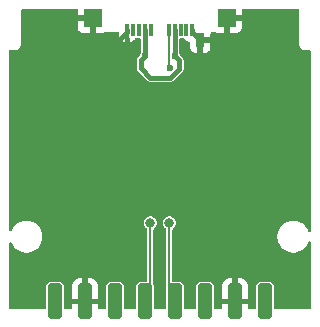
<source format=gbr>
%TF.GenerationSoftware,KiCad,Pcbnew,9.0.7*%
%TF.CreationDate,2026-02-26T13:23:58-05:00*%
%TF.ProjectId,Mag Charger,4d616720-4368-4617-9267-65722e6b6963,X1*%
%TF.SameCoordinates,Original*%
%TF.FileFunction,Copper,L2,Bot*%
%TF.FilePolarity,Positive*%
%FSLAX46Y46*%
G04 Gerber Fmt 4.6, Leading zero omitted, Abs format (unit mm)*
G04 Created by KiCad (PCBNEW 9.0.7) date 2026-02-26 13:23:58*
%MOMM*%
%LPD*%
G01*
G04 APERTURE LIST*
G04 Aperture macros list*
%AMRoundRect*
0 Rectangle with rounded corners*
0 $1 Rounding radius*
0 $2 $3 $4 $5 $6 $7 $8 $9 X,Y pos of 4 corners*
0 Add a 4 corners polygon primitive as box body*
4,1,4,$2,$3,$4,$5,$6,$7,$8,$9,$2,$3,0*
0 Add four circle primitives for the rounded corners*
1,1,$1+$1,$2,$3*
1,1,$1+$1,$4,$5*
1,1,$1+$1,$6,$7*
1,1,$1+$1,$8,$9*
0 Add four rect primitives between the rounded corners*
20,1,$1+$1,$2,$3,$4,$5,0*
20,1,$1+$1,$4,$5,$6,$7,0*
20,1,$1+$1,$6,$7,$8,$9,0*
20,1,$1+$1,$8,$9,$2,$3,0*%
G04 Aperture macros list end*
%TA.AperFunction,SMDPad,CuDef*%
%ADD10R,0.380000X1.000000*%
%TD*%
%TA.AperFunction,SMDPad,CuDef*%
%ADD11R,0.700000X1.150000*%
%TD*%
%TA.AperFunction,CastellatedPad*%
%ADD12RoundRect,0.250000X-0.350000X-1.250000X0.350000X-1.250000X0.350000X1.250000X-0.350000X1.250000X0*%
%TD*%
%TA.AperFunction,SMDPad,CuDef*%
%ADD13R,1.500000X1.500000*%
%TD*%
%TA.AperFunction,ViaPad*%
%ADD14C,0.500000*%
%TD*%
%TA.AperFunction,ViaPad*%
%ADD15C,0.800000*%
%TD*%
%TA.AperFunction,ViaPad*%
%ADD16C,0.600000*%
%TD*%
%TA.AperFunction,Conductor*%
%ADD17C,0.400000*%
%TD*%
%TA.AperFunction,Conductor*%
%ADD18C,0.200000*%
%TD*%
G04 APERTURE END LIST*
D10*
%TO.P,P1,B1,GND*%
%TO.N,GND*%
X111050000Y-125000000D03*
%TO.P,P1,B2*%
%TO.N,N/C*%
X110550000Y-125000000D03*
%TO.P,P1,B3*%
X110050000Y-125000000D03*
%TO.P,P1,B4,VBUS*%
%TO.N,VBUS*%
X109550000Y-125000000D03*
%TO.P,P1,B5,VCONN*%
%TO.N,/USB_VCONN*%
X109050000Y-125000000D03*
%TO.P,P1,B8*%
%TO.N,N/C*%
X107550000Y-125000000D03*
%TO.P,P1,B9,VBUS*%
%TO.N,VBUS*%
X107050000Y-125000000D03*
%TO.P,P1,B10*%
%TO.N,N/C*%
X106550000Y-125000000D03*
%TO.P,P1,B11*%
X106050000Y-125000000D03*
%TO.P,P1,B12,GND*%
%TO.N,GND*%
X105550000Y-125000000D03*
D11*
%TO.P,P1,S1,SHIELD*%
X111720000Y-125840000D03*
%TD*%
D12*
%TO.P,J1,1,Pin_1*%
%TO.N,VBUS*%
X99410000Y-147955000D03*
%TO.P,J1,2,Pin_2*%
%TO.N,GND*%
X101950000Y-147955000D03*
%TO.P,J1,3,Pin_3*%
%TO.N,/USB_CC*%
X104490000Y-147955000D03*
%TO.P,J1,4,Pin_4*%
%TO.N,/USB_DP*%
X107030000Y-147955000D03*
%TO.P,J1,5,Pin_5*%
%TO.N,/USB_DN*%
X109570000Y-147955000D03*
%TO.P,J1,6,Pin_6*%
%TO.N,/USB_VCONN*%
X112110000Y-147955000D03*
%TO.P,J1,7,Pin_7*%
%TO.N,GND*%
X114650000Y-147955000D03*
%TO.P,J1,8,Pin_8*%
%TO.N,VBUS*%
X117190000Y-147955000D03*
%TD*%
D13*
%TO.P,TP2,1,1*%
%TO.N,GND*%
X102600000Y-123960000D03*
%TD*%
%TO.P,TP4,1,1*%
%TO.N,GND*%
X114000000Y-123960000D03*
%TD*%
D14*
%TO.N,GND*%
X102158000Y-123531500D03*
X102158000Y-124420500D03*
X114477000Y-123531500D03*
X114477000Y-124420500D03*
X103047000Y-123531500D03*
X113524500Y-124420500D03*
D15*
X120000000Y-137437500D03*
X108300000Y-134900000D03*
D14*
X113524500Y-123531500D03*
X103047000Y-124420500D03*
D15*
X96750000Y-137500000D03*
%TO.N,/USB_DN*%
X109100000Y-141300000D03*
D16*
%TO.N,VBUS*%
X107050000Y-127150000D03*
X109550000Y-127150000D03*
D15*
%TO.N,/USB_DP*%
X107500000Y-141300000D03*
D16*
%TO.N,/USB_VCONN*%
X109200000Y-128150000D03*
%TD*%
D17*
%TO.N,GND*%
X105550000Y-125170000D02*
X104880000Y-125840000D01*
X104880000Y-125840000D02*
X103140000Y-125840000D01*
X111050000Y-125000000D02*
X111050000Y-125170000D01*
X103140000Y-125840000D02*
X102600000Y-125300000D01*
X114000000Y-125300000D02*
X114000000Y-123960000D01*
X111050000Y-125170000D02*
X111720000Y-125840000D01*
X105550000Y-125000000D02*
X105550000Y-125170000D01*
X102600000Y-125300000D02*
X102600000Y-123960000D01*
X113460000Y-125840000D02*
X114000000Y-125300000D01*
X111720000Y-125840000D02*
X113460000Y-125840000D01*
D18*
%TO.N,/USB_DN*%
X109100000Y-147485000D02*
X109570000Y-147955000D01*
X109100000Y-141300000D02*
X109100000Y-147485000D01*
D17*
%TO.N,VBUS*%
X107500000Y-129000000D02*
X109199943Y-129000000D01*
X109550000Y-127150000D02*
X109550000Y-125000000D01*
X107050000Y-127150000D02*
X106700000Y-127500000D01*
X109950000Y-127550000D02*
X109550000Y-127150000D01*
X107050000Y-125000000D02*
X107050000Y-127150000D01*
X109950000Y-128249943D02*
X109950000Y-127550000D01*
X106700000Y-128200000D02*
X107500000Y-129000000D01*
X106700000Y-127500000D02*
X106700000Y-128200000D01*
X109199943Y-129000000D02*
X109950000Y-128249943D01*
D18*
%TO.N,/USB_DP*%
X107500000Y-141300000D02*
X107500000Y-147485000D01*
X107500000Y-147485000D02*
X107030000Y-147955000D01*
%TO.N,/USB_VCONN*%
X109050000Y-128000000D02*
X109050000Y-125000000D01*
X109200000Y-128150000D02*
X109050000Y-128000000D01*
%TD*%
%TA.AperFunction,Conductor*%
%TO.N,GND*%
G36*
X101293039Y-123170185D02*
G01*
X101338794Y-123222989D01*
X101350000Y-123274500D01*
X101350000Y-123710000D01*
X102476000Y-123710000D01*
X102543039Y-123729685D01*
X102588794Y-123782489D01*
X102600000Y-123834000D01*
X102600000Y-123960000D01*
X102726000Y-123960000D01*
X102793039Y-123979685D01*
X102838794Y-124032489D01*
X102850000Y-124084000D01*
X102850000Y-125210000D01*
X103397828Y-125210000D01*
X103397844Y-125209999D01*
X103457372Y-125203598D01*
X103457376Y-125203597D01*
X103592091Y-125153351D01*
X103614285Y-125136736D01*
X103679748Y-125112316D01*
X103716028Y-125115072D01*
X103729745Y-125118183D01*
X103744687Y-125125381D01*
X103854630Y-125150491D01*
X103871152Y-125150493D01*
X103871168Y-125150500D01*
X103911016Y-125150500D01*
X103911024Y-125150500D01*
X103950899Y-125150507D01*
X103950901Y-125150506D01*
X103962983Y-125150508D01*
X103963076Y-125150500D01*
X104679024Y-125150500D01*
X104680525Y-125150509D01*
X104681186Y-125150517D01*
X104681318Y-125150557D01*
X104731083Y-125150549D01*
X104731083Y-125150550D01*
X104735980Y-125150549D01*
X104803023Y-125170223D01*
X104848786Y-125223019D01*
X104860000Y-125274549D01*
X104860000Y-125547844D01*
X104866401Y-125607372D01*
X104866403Y-125607379D01*
X104916645Y-125742086D01*
X104916649Y-125742093D01*
X105002809Y-125857187D01*
X105002812Y-125857190D01*
X105117906Y-125943350D01*
X105117913Y-125943354D01*
X105252620Y-125993596D01*
X105252627Y-125993598D01*
X105312155Y-125999999D01*
X105312172Y-126000000D01*
X105360000Y-126000000D01*
X105360000Y-125124000D01*
X105362550Y-125115314D01*
X105361262Y-125106353D01*
X105372240Y-125082312D01*
X105379685Y-125056961D01*
X105386525Y-125051033D01*
X105390287Y-125042797D01*
X105412521Y-125028507D01*
X105432489Y-125011206D01*
X105443003Y-125008918D01*
X105449065Y-125005023D01*
X105484000Y-125000000D01*
X105583101Y-125000000D01*
X105650140Y-125019685D01*
X105695895Y-125072489D01*
X105707100Y-125123998D01*
X105707101Y-125515056D01*
X105715971Y-125559654D01*
X105715972Y-125559657D01*
X105715972Y-125559659D01*
X105719100Y-125564339D01*
X105739980Y-125631015D01*
X105740000Y-125633232D01*
X105740000Y-126000000D01*
X105787828Y-126000000D01*
X105787844Y-125999999D01*
X105847372Y-125993598D01*
X105847379Y-125993596D01*
X105982086Y-125943354D01*
X105982093Y-125943350D01*
X106097187Y-125857190D01*
X106097190Y-125857187D01*
X106183350Y-125742093D01*
X106188602Y-125728012D01*
X106230472Y-125672077D01*
X106295935Y-125647657D01*
X106328981Y-125649724D01*
X106344943Y-125652900D01*
X106573100Y-125652899D01*
X106640139Y-125672583D01*
X106685894Y-125725387D01*
X106697100Y-125776899D01*
X106697100Y-126822215D01*
X106695473Y-126830391D01*
X106696390Y-126835470D01*
X106691453Y-126850600D01*
X106687661Y-126869668D01*
X106684550Y-126877177D01*
X106627964Y-126975187D01*
X106598673Y-127084502D01*
X106595563Y-127092012D01*
X106582677Y-127108001D01*
X106568684Y-127132240D01*
X106483314Y-127217610D01*
X106417611Y-127283312D01*
X106417609Y-127283315D01*
X106371150Y-127363785D01*
X106371150Y-127363786D01*
X106347100Y-127453540D01*
X106347100Y-128153540D01*
X106347100Y-128246460D01*
X106371150Y-128336214D01*
X106417610Y-128416686D01*
X107283314Y-129282390D01*
X107363786Y-129328850D01*
X107453540Y-129352900D01*
X107453542Y-129352900D01*
X109246401Y-129352900D01*
X109246403Y-129352900D01*
X109336157Y-129328850D01*
X109416629Y-129282390D01*
X110232390Y-128466629D01*
X110278850Y-128386157D01*
X110302900Y-128296403D01*
X110302900Y-128203483D01*
X110302900Y-127503540D01*
X110296284Y-127478850D01*
X110278850Y-127413785D01*
X110232390Y-127333314D01*
X110031316Y-127132240D01*
X110026684Y-127125308D01*
X110022445Y-127122365D01*
X110015236Y-127108175D01*
X110004436Y-127092011D01*
X110001327Y-127084506D01*
X109972036Y-126975187D01*
X109915450Y-126877180D01*
X109912339Y-126869667D01*
X109910143Y-126849249D01*
X109902900Y-126822215D01*
X109902900Y-125776899D01*
X109922585Y-125709860D01*
X109975389Y-125664105D01*
X110026900Y-125652899D01*
X110255054Y-125652899D01*
X110255056Y-125652899D01*
X110271022Y-125649723D01*
X110340611Y-125655949D01*
X110395789Y-125698811D01*
X110411394Y-125728005D01*
X110416648Y-125742091D01*
X110416648Y-125742092D01*
X110502809Y-125857187D01*
X110502812Y-125857190D01*
X110617906Y-125943350D01*
X110617913Y-125943354D01*
X110752620Y-125993596D01*
X110752619Y-125993596D01*
X110759255Y-125994310D01*
X110823806Y-126021048D01*
X110863654Y-126078441D01*
X110870000Y-126117600D01*
X110870000Y-126462844D01*
X110876401Y-126522372D01*
X110876403Y-126522379D01*
X110926645Y-126657086D01*
X110926649Y-126657093D01*
X111012809Y-126772187D01*
X111012812Y-126772190D01*
X111127906Y-126858350D01*
X111127913Y-126858354D01*
X111262620Y-126908596D01*
X111262627Y-126908598D01*
X111322155Y-126914999D01*
X111322172Y-126915000D01*
X111470000Y-126915000D01*
X111970000Y-126915000D01*
X112117828Y-126915000D01*
X112117844Y-126914999D01*
X112177372Y-126908598D01*
X112177379Y-126908596D01*
X112312086Y-126858354D01*
X112312093Y-126858350D01*
X112427187Y-126772190D01*
X112427190Y-126772187D01*
X112513350Y-126657093D01*
X112513354Y-126657086D01*
X112563596Y-126522379D01*
X112563598Y-126522372D01*
X112569999Y-126462844D01*
X112570000Y-126462827D01*
X112570000Y-126090000D01*
X111970000Y-126090000D01*
X111970000Y-126915000D01*
X111470000Y-126915000D01*
X111470000Y-125964000D01*
X111489685Y-125896961D01*
X111542489Y-125851206D01*
X111594000Y-125840000D01*
X111720000Y-125840000D01*
X111720000Y-125714000D01*
X111739685Y-125646961D01*
X111792489Y-125601206D01*
X111844000Y-125590000D01*
X112570000Y-125590000D01*
X112570000Y-125274552D01*
X112589685Y-125207513D01*
X112642489Y-125161758D01*
X112676323Y-125151818D01*
X112685443Y-125150504D01*
X112711083Y-125150500D01*
X112711083Y-125150550D01*
X112767476Y-125150541D01*
X112877429Y-125125428D01*
X112885051Y-125121756D01*
X112901835Y-125119339D01*
X112924963Y-125122658D01*
X112948296Y-125121460D01*
X112962274Y-125128014D01*
X112970996Y-125129266D01*
X112978139Y-125135452D01*
X112993824Y-125142807D01*
X113007909Y-125153351D01*
X113142623Y-125203597D01*
X113142627Y-125203598D01*
X113202155Y-125209999D01*
X113202172Y-125210000D01*
X113750000Y-125210000D01*
X114250000Y-125210000D01*
X114797828Y-125210000D01*
X114797844Y-125209999D01*
X114857372Y-125203598D01*
X114857379Y-125203596D01*
X114992086Y-125153354D01*
X114992093Y-125153350D01*
X115107187Y-125067190D01*
X115107190Y-125067187D01*
X115193350Y-124952093D01*
X115193354Y-124952086D01*
X115243596Y-124817379D01*
X115243598Y-124817372D01*
X115249999Y-124757844D01*
X115250000Y-124757827D01*
X115250000Y-124210000D01*
X114250000Y-124210000D01*
X114250000Y-125210000D01*
X113750000Y-125210000D01*
X113750000Y-124084000D01*
X113769685Y-124016961D01*
X113822489Y-123971206D01*
X113874000Y-123960000D01*
X114000000Y-123960000D01*
X114000000Y-123834000D01*
X114019685Y-123766961D01*
X114072489Y-123721206D01*
X114124000Y-123710000D01*
X115250000Y-123710000D01*
X115250000Y-123274500D01*
X115269685Y-123207461D01*
X115322489Y-123161706D01*
X115374000Y-123150500D01*
X119986550Y-123150500D01*
X120053589Y-123170185D01*
X120099344Y-123222989D01*
X120110550Y-123274500D01*
X120110550Y-126201873D01*
X120110599Y-126202368D01*
X120110599Y-126206387D01*
X120135691Y-126316334D01*
X120162033Y-126371040D01*
X120184618Y-126417945D01*
X120254917Y-126506110D01*
X120254923Y-126506116D01*
X120254924Y-126506117D01*
X120275303Y-126522372D01*
X120343087Y-126576438D01*
X120444687Y-126625381D01*
X120444689Y-126625382D01*
X120533705Y-126645712D01*
X120554630Y-126650491D01*
X120567291Y-126650492D01*
X120571152Y-126650493D01*
X120571168Y-126650500D01*
X120611016Y-126650500D01*
X120611024Y-126650500D01*
X120650899Y-126650507D01*
X120650901Y-126650506D01*
X120662983Y-126650508D01*
X120663076Y-126650500D01*
X120986549Y-126650500D01*
X121053588Y-126670185D01*
X121099343Y-126722989D01*
X121110548Y-126774505D01*
X121110463Y-128572036D01*
X121109825Y-141953559D01*
X121090137Y-142020597D01*
X121037331Y-142066350D01*
X120968172Y-142076290D01*
X120904618Y-142047262D01*
X120867895Y-141991872D01*
X120851557Y-141941588D01*
X120755051Y-141752184D01*
X120755049Y-141752181D01*
X120755048Y-141752179D01*
X120630109Y-141580213D01*
X120479786Y-141429890D01*
X120307820Y-141304951D01*
X120118414Y-141208444D01*
X120118413Y-141208443D01*
X120118412Y-141208443D01*
X119916243Y-141142754D01*
X119916241Y-141142753D01*
X119916240Y-141142753D01*
X119754957Y-141117208D01*
X119706287Y-141109500D01*
X119493713Y-141109500D01*
X119445042Y-141117208D01*
X119283760Y-141142753D01*
X119081585Y-141208444D01*
X118892179Y-141304951D01*
X118720213Y-141429890D01*
X118569890Y-141580213D01*
X118444951Y-141752179D01*
X118348444Y-141941585D01*
X118282753Y-142143760D01*
X118249500Y-142353713D01*
X118249500Y-142566287D01*
X118282754Y-142776243D01*
X118344605Y-142966601D01*
X118348444Y-142978414D01*
X118444951Y-143167820D01*
X118569890Y-143339786D01*
X118720213Y-143490109D01*
X118892179Y-143615048D01*
X118892181Y-143615049D01*
X118892184Y-143615051D01*
X119081588Y-143711557D01*
X119283757Y-143777246D01*
X119493713Y-143810500D01*
X119493714Y-143810500D01*
X119706286Y-143810500D01*
X119706287Y-143810500D01*
X119916243Y-143777246D01*
X120118412Y-143711557D01*
X120307816Y-143615051D01*
X120329789Y-143599086D01*
X120479786Y-143490109D01*
X120479788Y-143490106D01*
X120479792Y-143490104D01*
X120630104Y-143339792D01*
X120630106Y-143339788D01*
X120630109Y-143339786D01*
X120755048Y-143167820D01*
X120755049Y-143167819D01*
X120755051Y-143167816D01*
X120851557Y-142978412D01*
X120867847Y-142928276D01*
X120907283Y-142870602D01*
X120971641Y-142843403D01*
X121040487Y-142855317D01*
X121091964Y-142902561D01*
X121109777Y-142966601D01*
X121109515Y-148480506D01*
X121089827Y-148547544D01*
X121037021Y-148593297D01*
X120985515Y-148604500D01*
X118066900Y-148604500D01*
X117999861Y-148584815D01*
X117954106Y-148532011D01*
X117942900Y-148480500D01*
X117942900Y-146673286D01*
X117927958Y-146578949D01*
X117927957Y-146578947D01*
X117927957Y-146578945D01*
X117870016Y-146465229D01*
X117870014Y-146465227D01*
X117870011Y-146465223D01*
X117779776Y-146374988D01*
X117779772Y-146374985D01*
X117779771Y-146374984D01*
X117666055Y-146317043D01*
X117666053Y-146317042D01*
X117666050Y-146317041D01*
X117571713Y-146302100D01*
X117571708Y-146302100D01*
X116808292Y-146302100D01*
X116808287Y-146302100D01*
X116713949Y-146317041D01*
X116600227Y-146374985D01*
X116600223Y-146374988D01*
X116509988Y-146465223D01*
X116509985Y-146465227D01*
X116452041Y-146578949D01*
X116437100Y-146673286D01*
X116437100Y-148480500D01*
X116417415Y-148547539D01*
X116364611Y-148593294D01*
X116313100Y-148604500D01*
X115874000Y-148604500D01*
X115806961Y-148584815D01*
X115761206Y-148532011D01*
X115750000Y-148480500D01*
X115750000Y-148205000D01*
X115050000Y-148205000D01*
X115050000Y-147705000D01*
X115749999Y-147705000D01*
X115749999Y-146655028D01*
X115749998Y-146655013D01*
X115739505Y-146552302D01*
X115684358Y-146385880D01*
X115684356Y-146385875D01*
X115592315Y-146236654D01*
X115468345Y-146112684D01*
X115319124Y-146020643D01*
X115319119Y-146020641D01*
X115152697Y-145965494D01*
X115152690Y-145965493D01*
X115049986Y-145955000D01*
X114900000Y-145955000D01*
X114900000Y-146789314D01*
X114895606Y-146784920D01*
X114804394Y-146732259D01*
X114702661Y-146705000D01*
X114597339Y-146705000D01*
X114495606Y-146732259D01*
X114404394Y-146784920D01*
X114400000Y-146789314D01*
X114400000Y-145955000D01*
X114250027Y-145955000D01*
X114250012Y-145955001D01*
X114147302Y-145965494D01*
X113980880Y-146020641D01*
X113980875Y-146020643D01*
X113831654Y-146112684D01*
X113707684Y-146236654D01*
X113615643Y-146385875D01*
X113615641Y-146385880D01*
X113560494Y-146552302D01*
X113560493Y-146552309D01*
X113550000Y-146655013D01*
X113550000Y-147705000D01*
X114250000Y-147705000D01*
X114250000Y-148205000D01*
X113550001Y-148205000D01*
X113550001Y-148480500D01*
X113530316Y-148547539D01*
X113477512Y-148593294D01*
X113426001Y-148604500D01*
X112986900Y-148604500D01*
X112919861Y-148584815D01*
X112874106Y-148532011D01*
X112862900Y-148480500D01*
X112862900Y-146673287D01*
X112862580Y-146671268D01*
X112862580Y-146671266D01*
X112862579Y-146671262D01*
X112847958Y-146578949D01*
X112847957Y-146578947D01*
X112847957Y-146578945D01*
X112790016Y-146465229D01*
X112790014Y-146465227D01*
X112790011Y-146465223D01*
X112699776Y-146374988D01*
X112699772Y-146374985D01*
X112699771Y-146374984D01*
X112586055Y-146317043D01*
X112586053Y-146317042D01*
X112586050Y-146317041D01*
X112491713Y-146302100D01*
X112491708Y-146302100D01*
X111728292Y-146302100D01*
X111728287Y-146302100D01*
X111633949Y-146317041D01*
X111520227Y-146374985D01*
X111520223Y-146374988D01*
X111429988Y-146465223D01*
X111429985Y-146465227D01*
X111372041Y-146578949D01*
X111357100Y-146673286D01*
X111357100Y-148480500D01*
X111337415Y-148547539D01*
X111284611Y-148593294D01*
X111233100Y-148604500D01*
X110446900Y-148604500D01*
X110379861Y-148584815D01*
X110334106Y-148532011D01*
X110322900Y-148480500D01*
X110322900Y-146673286D01*
X110307958Y-146578949D01*
X110307957Y-146578947D01*
X110307957Y-146578945D01*
X110250016Y-146465229D01*
X110250014Y-146465227D01*
X110250011Y-146465223D01*
X110159776Y-146374988D01*
X110159772Y-146374985D01*
X110159771Y-146374984D01*
X110046055Y-146317043D01*
X110046053Y-146317042D01*
X110046050Y-146317041D01*
X109951713Y-146302100D01*
X109951708Y-146302100D01*
X109476900Y-146302100D01*
X109409861Y-146282415D01*
X109364106Y-146229611D01*
X109352900Y-146178100D01*
X109352900Y-141864013D01*
X109372585Y-141796974D01*
X109414902Y-141756625D01*
X109439489Y-141742430D01*
X109542430Y-141639489D01*
X109615221Y-141513411D01*
X109652900Y-141372791D01*
X109652900Y-141227209D01*
X109615221Y-141086589D01*
X109542430Y-140960511D01*
X109439489Y-140857570D01*
X109439488Y-140857569D01*
X109439485Y-140857567D01*
X109313413Y-140784780D01*
X109313412Y-140784779D01*
X109313411Y-140784779D01*
X109172791Y-140747100D01*
X109027209Y-140747100D01*
X108886589Y-140784779D01*
X108886587Y-140784780D01*
X108886586Y-140784780D01*
X108760514Y-140857567D01*
X108760509Y-140857571D01*
X108657571Y-140960509D01*
X108657567Y-140960514D01*
X108584780Y-141086586D01*
X108584780Y-141086587D01*
X108584779Y-141086589D01*
X108547100Y-141227209D01*
X108547100Y-141372791D01*
X108584779Y-141513411D01*
X108584780Y-141513412D01*
X108584780Y-141513413D01*
X108657567Y-141639485D01*
X108657569Y-141639488D01*
X108657570Y-141639489D01*
X108760511Y-141742430D01*
X108777405Y-141752184D01*
X108785098Y-141756625D01*
X108833314Y-141807191D01*
X108847100Y-141864013D01*
X108847100Y-146519623D01*
X108833587Y-146575913D01*
X108832042Y-146578943D01*
X108832042Y-146578945D01*
X108817100Y-146673286D01*
X108817100Y-148480500D01*
X108797415Y-148547539D01*
X108744611Y-148593294D01*
X108693100Y-148604500D01*
X107906900Y-148604500D01*
X107839861Y-148584815D01*
X107794106Y-148532011D01*
X107782900Y-148480500D01*
X107782900Y-146673286D01*
X107767957Y-146578945D01*
X107767957Y-146578943D01*
X107766413Y-146575913D01*
X107752900Y-146519623D01*
X107752900Y-141864013D01*
X107772585Y-141796974D01*
X107814902Y-141756625D01*
X107839489Y-141742430D01*
X107942430Y-141639489D01*
X108015221Y-141513411D01*
X108052900Y-141372791D01*
X108052900Y-141227209D01*
X108015221Y-141086589D01*
X107942430Y-140960511D01*
X107839489Y-140857570D01*
X107839488Y-140857569D01*
X107839485Y-140857567D01*
X107713413Y-140784780D01*
X107713412Y-140784779D01*
X107713411Y-140784779D01*
X107572791Y-140747100D01*
X107427209Y-140747100D01*
X107286589Y-140784779D01*
X107286587Y-140784780D01*
X107286586Y-140784780D01*
X107160514Y-140857567D01*
X107160509Y-140857571D01*
X107057571Y-140960509D01*
X107057567Y-140960514D01*
X106984780Y-141086586D01*
X106984780Y-141086587D01*
X106984779Y-141086589D01*
X106947100Y-141227209D01*
X106947100Y-141372791D01*
X106984779Y-141513411D01*
X106984780Y-141513412D01*
X106984780Y-141513413D01*
X107057567Y-141639485D01*
X107057569Y-141639488D01*
X107057570Y-141639489D01*
X107160511Y-141742430D01*
X107177405Y-141752184D01*
X107185098Y-141756625D01*
X107233314Y-141807191D01*
X107247100Y-141864013D01*
X107247100Y-146178100D01*
X107227415Y-146245139D01*
X107174611Y-146290894D01*
X107123100Y-146302100D01*
X106648287Y-146302100D01*
X106553949Y-146317041D01*
X106440227Y-146374985D01*
X106440223Y-146374988D01*
X106349988Y-146465223D01*
X106349985Y-146465227D01*
X106292041Y-146578949D01*
X106277100Y-146673286D01*
X106277100Y-148480500D01*
X106257415Y-148547539D01*
X106204611Y-148593294D01*
X106153100Y-148604500D01*
X105366900Y-148604500D01*
X105299861Y-148584815D01*
X105254106Y-148532011D01*
X105242900Y-148480500D01*
X105242900Y-146673286D01*
X105227958Y-146578949D01*
X105227957Y-146578947D01*
X105227957Y-146578945D01*
X105170016Y-146465229D01*
X105170014Y-146465227D01*
X105170011Y-146465223D01*
X105079776Y-146374988D01*
X105079772Y-146374985D01*
X105079771Y-146374984D01*
X104966055Y-146317043D01*
X104966053Y-146317042D01*
X104966050Y-146317041D01*
X104871713Y-146302100D01*
X104871708Y-146302100D01*
X104108292Y-146302100D01*
X104108287Y-146302100D01*
X104013949Y-146317041D01*
X103900227Y-146374985D01*
X103900223Y-146374988D01*
X103809988Y-146465223D01*
X103809985Y-146465227D01*
X103752041Y-146578949D01*
X103737100Y-146673286D01*
X103737100Y-148480500D01*
X103717415Y-148547539D01*
X103664611Y-148593294D01*
X103613100Y-148604500D01*
X103174000Y-148604500D01*
X103106961Y-148584815D01*
X103061206Y-148532011D01*
X103050000Y-148480500D01*
X103050000Y-148205000D01*
X102350000Y-148205000D01*
X102350000Y-147705000D01*
X103049999Y-147705000D01*
X103049999Y-146655028D01*
X103049998Y-146655013D01*
X103039505Y-146552302D01*
X102984358Y-146385880D01*
X102984356Y-146385875D01*
X102892315Y-146236654D01*
X102768345Y-146112684D01*
X102619124Y-146020643D01*
X102619119Y-146020641D01*
X102452697Y-145965494D01*
X102452690Y-145965493D01*
X102349986Y-145955000D01*
X102200000Y-145955000D01*
X102200000Y-146789314D01*
X102195606Y-146784920D01*
X102104394Y-146732259D01*
X102002661Y-146705000D01*
X101897339Y-146705000D01*
X101795606Y-146732259D01*
X101704394Y-146784920D01*
X101700000Y-146789314D01*
X101700000Y-145955000D01*
X101550027Y-145955000D01*
X101550012Y-145955001D01*
X101447302Y-145965494D01*
X101280880Y-146020641D01*
X101280875Y-146020643D01*
X101131654Y-146112684D01*
X101007684Y-146236654D01*
X100915643Y-146385875D01*
X100915641Y-146385880D01*
X100860494Y-146552302D01*
X100860493Y-146552309D01*
X100850000Y-146655013D01*
X100850000Y-147705000D01*
X101550000Y-147705000D01*
X101550000Y-148205000D01*
X100850001Y-148205000D01*
X100850001Y-148480500D01*
X100830316Y-148547539D01*
X100777512Y-148593294D01*
X100726001Y-148604500D01*
X100286900Y-148604500D01*
X100219861Y-148584815D01*
X100174106Y-148532011D01*
X100162900Y-148480500D01*
X100162900Y-146673287D01*
X100162580Y-146671268D01*
X100162580Y-146671266D01*
X100162579Y-146671262D01*
X100147958Y-146578949D01*
X100147957Y-146578947D01*
X100147957Y-146578945D01*
X100090016Y-146465229D01*
X100090014Y-146465227D01*
X100090011Y-146465223D01*
X99999776Y-146374988D01*
X99999772Y-146374985D01*
X99999771Y-146374984D01*
X99886055Y-146317043D01*
X99886053Y-146317042D01*
X99886050Y-146317041D01*
X99791713Y-146302100D01*
X99791708Y-146302100D01*
X99028292Y-146302100D01*
X99028287Y-146302100D01*
X98933949Y-146317041D01*
X98820227Y-146374985D01*
X98820223Y-146374988D01*
X98729988Y-146465223D01*
X98729985Y-146465227D01*
X98672041Y-146578949D01*
X98657100Y-146673286D01*
X98657100Y-148480500D01*
X98637415Y-148547539D01*
X98584611Y-148593294D01*
X98533100Y-148604500D01*
X95634907Y-148604500D01*
X95567868Y-148584815D01*
X95522113Y-148532011D01*
X95510907Y-148480469D01*
X95511101Y-147705000D01*
X95512271Y-143031363D01*
X95531972Y-142964331D01*
X95584788Y-142918590D01*
X95653949Y-142908664D01*
X95717497Y-142937704D01*
X95746756Y-142975102D01*
X95844951Y-143167819D01*
X95969890Y-143339786D01*
X96120213Y-143490109D01*
X96292179Y-143615048D01*
X96292181Y-143615049D01*
X96292184Y-143615051D01*
X96481588Y-143711557D01*
X96683757Y-143777246D01*
X96893713Y-143810500D01*
X96893714Y-143810500D01*
X97106286Y-143810500D01*
X97106287Y-143810500D01*
X97316243Y-143777246D01*
X97518412Y-143711557D01*
X97707816Y-143615051D01*
X97729789Y-143599086D01*
X97879786Y-143490109D01*
X97879788Y-143490106D01*
X97879792Y-143490104D01*
X98030104Y-143339792D01*
X98030106Y-143339788D01*
X98030109Y-143339786D01*
X98155048Y-143167820D01*
X98155049Y-143167819D01*
X98155051Y-143167816D01*
X98251557Y-142978412D01*
X98317246Y-142776243D01*
X98350500Y-142566287D01*
X98350500Y-142353713D01*
X98317246Y-142143757D01*
X98251557Y-141941588D01*
X98155051Y-141752184D01*
X98155049Y-141752181D01*
X98155048Y-141752179D01*
X98030109Y-141580213D01*
X97879786Y-141429890D01*
X97707820Y-141304951D01*
X97518414Y-141208444D01*
X97518413Y-141208443D01*
X97518412Y-141208443D01*
X97316243Y-141142754D01*
X97316241Y-141142753D01*
X97316240Y-141142753D01*
X97154957Y-141117208D01*
X97106287Y-141109500D01*
X96893713Y-141109500D01*
X96845042Y-141117208D01*
X96683760Y-141142753D01*
X96481585Y-141208444D01*
X96292179Y-141304951D01*
X96120213Y-141429890D01*
X95969890Y-141580213D01*
X95844951Y-141752180D01*
X95747042Y-141944335D01*
X95699067Y-141995131D01*
X95631246Y-142011926D01*
X95565111Y-141989388D01*
X95521660Y-141934673D01*
X95512557Y-141888013D01*
X95516337Y-126793788D01*
X95516342Y-126785100D01*
X95516350Y-126785082D01*
X95516350Y-126769958D01*
X95526305Y-126736118D01*
X95536035Y-126702982D01*
X95536059Y-126702960D01*
X95536069Y-126702928D01*
X95563691Y-126679017D01*
X95588839Y-126657227D01*
X95588873Y-126657219D01*
X95588896Y-126657200D01*
X95589116Y-126657168D01*
X95641854Y-126646030D01*
X95957203Y-126649860D01*
X95963950Y-126650566D01*
X96011083Y-126650549D01*
X96011083Y-126650550D01*
X96013878Y-126650549D01*
X96048494Y-126650970D01*
X96049558Y-126650543D01*
X96050844Y-126650542D01*
X96067476Y-126650541D01*
X96177429Y-126625428D01*
X96279039Y-126576481D01*
X96279042Y-126576478D01*
X96279046Y-126576476D01*
X96367209Y-126506154D01*
X96367211Y-126506152D01*
X96437523Y-126417971D01*
X96437523Y-126417969D01*
X96437525Y-126417968D01*
X96480432Y-126328859D01*
X96504472Y-126294977D01*
X96524450Y-126275000D01*
X96524450Y-124757844D01*
X101350000Y-124757844D01*
X101356401Y-124817372D01*
X101356403Y-124817379D01*
X101406645Y-124952086D01*
X101406649Y-124952093D01*
X101492809Y-125067187D01*
X101492812Y-125067190D01*
X101607906Y-125153350D01*
X101607913Y-125153354D01*
X101742620Y-125203596D01*
X101742627Y-125203598D01*
X101802155Y-125209999D01*
X101802172Y-125210000D01*
X102350000Y-125210000D01*
X102350000Y-124210000D01*
X101350000Y-124210000D01*
X101350000Y-124757844D01*
X96524450Y-124757844D01*
X96524450Y-123405362D01*
X96533094Y-123375921D01*
X96539618Y-123345935D01*
X96543372Y-123340919D01*
X96544135Y-123338323D01*
X96560769Y-123317681D01*
X96691631Y-123186819D01*
X96752954Y-123153334D01*
X96779312Y-123150500D01*
X101226000Y-123150500D01*
X101293039Y-123170185D01*
G37*
%TD.AperFunction*%
%TD*%
M02*

</source>
